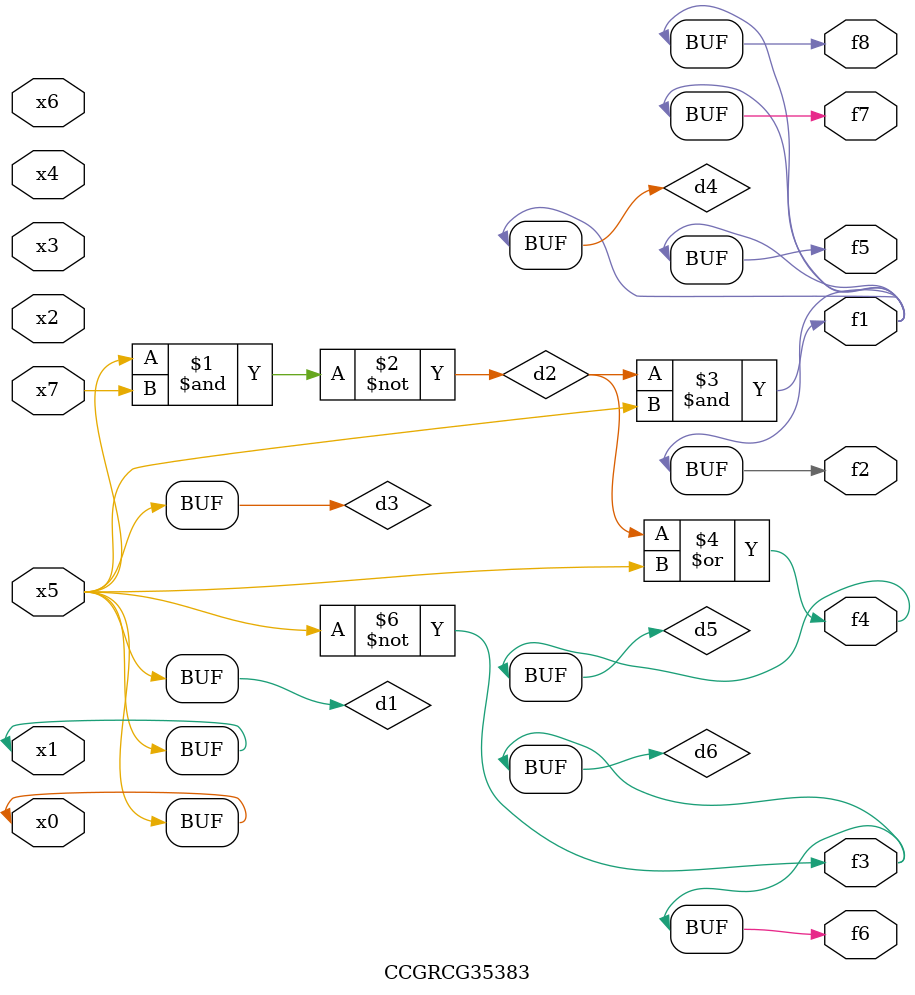
<source format=v>
module CCGRCG35383(
	input x0, x1, x2, x3, x4, x5, x6, x7,
	output f1, f2, f3, f4, f5, f6, f7, f8
);

	wire d1, d2, d3, d4, d5, d6;

	buf (d1, x0, x5);
	nand (d2, x5, x7);
	buf (d3, x0, x1);
	and (d4, d2, d3);
	or (d5, d2, d3);
	nor (d6, d1, d3);
	assign f1 = d4;
	assign f2 = d4;
	assign f3 = d6;
	assign f4 = d5;
	assign f5 = d4;
	assign f6 = d6;
	assign f7 = d4;
	assign f8 = d4;
endmodule

</source>
